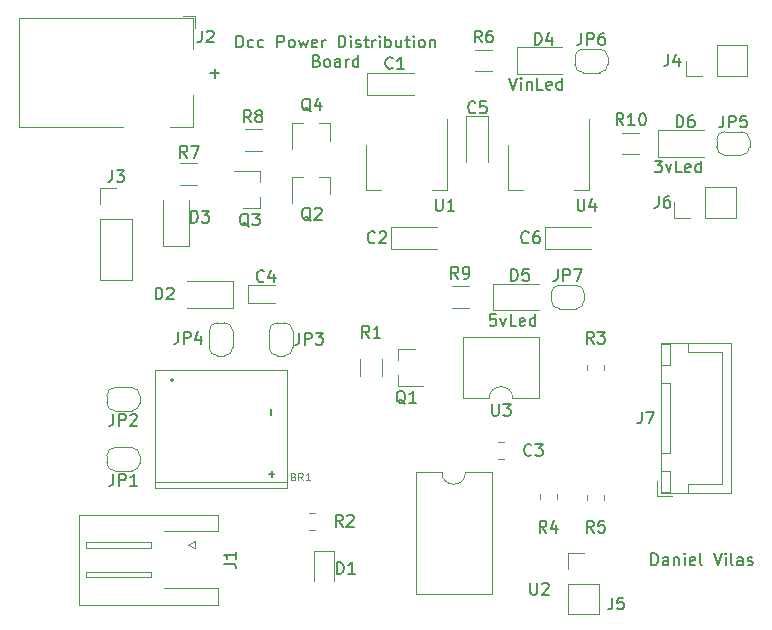
<source format=gbr>
%TF.GenerationSoftware,KiCad,Pcbnew,5.1.10-88a1d61d58~90~ubuntu21.04.1*%
%TF.CreationDate,2021-07-16T14:05:02+02:00*%
%TF.ProjectId,DccDetector,44636344-6574-4656-9374-6f722e6b6963,rev?*%
%TF.SameCoordinates,Original*%
%TF.FileFunction,Legend,Top*%
%TF.FilePolarity,Positive*%
%FSLAX46Y46*%
G04 Gerber Fmt 4.6, Leading zero omitted, Abs format (unit mm)*
G04 Created by KiCad (PCBNEW 5.1.10-88a1d61d58~90~ubuntu21.04.1) date 2021-07-16 14:05:02*
%MOMM*%
%LPD*%
G01*
G04 APERTURE LIST*
%ADD10C,0.150000*%
%ADD11C,0.120000*%
%ADD12C,0.127000*%
%ADD13C,0.015000*%
G04 APERTURE END LIST*
D10*
X31369047Y-25071428D02*
X32130952Y-25071428D01*
X31750000Y-25452380D02*
X31750000Y-24690476D01*
X68738095Y-66702380D02*
X68738095Y-65702380D01*
X68976190Y-65702380D01*
X69119047Y-65750000D01*
X69214285Y-65845238D01*
X69261904Y-65940476D01*
X69309523Y-66130952D01*
X69309523Y-66273809D01*
X69261904Y-66464285D01*
X69214285Y-66559523D01*
X69119047Y-66654761D01*
X68976190Y-66702380D01*
X68738095Y-66702380D01*
X70166666Y-66702380D02*
X70166666Y-66178571D01*
X70119047Y-66083333D01*
X70023809Y-66035714D01*
X69833333Y-66035714D01*
X69738095Y-66083333D01*
X70166666Y-66654761D02*
X70071428Y-66702380D01*
X69833333Y-66702380D01*
X69738095Y-66654761D01*
X69690476Y-66559523D01*
X69690476Y-66464285D01*
X69738095Y-66369047D01*
X69833333Y-66321428D01*
X70071428Y-66321428D01*
X70166666Y-66273809D01*
X70642857Y-66035714D02*
X70642857Y-66702380D01*
X70642857Y-66130952D02*
X70690476Y-66083333D01*
X70785714Y-66035714D01*
X70928571Y-66035714D01*
X71023809Y-66083333D01*
X71071428Y-66178571D01*
X71071428Y-66702380D01*
X71547619Y-66702380D02*
X71547619Y-66035714D01*
X71547619Y-65702380D02*
X71500000Y-65750000D01*
X71547619Y-65797619D01*
X71595238Y-65750000D01*
X71547619Y-65702380D01*
X71547619Y-65797619D01*
X72404761Y-66654761D02*
X72309523Y-66702380D01*
X72119047Y-66702380D01*
X72023809Y-66654761D01*
X71976190Y-66559523D01*
X71976190Y-66178571D01*
X72023809Y-66083333D01*
X72119047Y-66035714D01*
X72309523Y-66035714D01*
X72404761Y-66083333D01*
X72452380Y-66178571D01*
X72452380Y-66273809D01*
X71976190Y-66369047D01*
X73023809Y-66702380D02*
X72928571Y-66654761D01*
X72880952Y-66559523D01*
X72880952Y-65702380D01*
X74023809Y-65702380D02*
X74357142Y-66702380D01*
X74690476Y-65702380D01*
X75023809Y-66702380D02*
X75023809Y-66035714D01*
X75023809Y-65702380D02*
X74976190Y-65750000D01*
X75023809Y-65797619D01*
X75071428Y-65750000D01*
X75023809Y-65702380D01*
X75023809Y-65797619D01*
X75642857Y-66702380D02*
X75547619Y-66654761D01*
X75500000Y-66559523D01*
X75500000Y-65702380D01*
X76452380Y-66702380D02*
X76452380Y-66178571D01*
X76404761Y-66083333D01*
X76309523Y-66035714D01*
X76119047Y-66035714D01*
X76023809Y-66083333D01*
X76452380Y-66654761D02*
X76357142Y-66702380D01*
X76119047Y-66702380D01*
X76023809Y-66654761D01*
X75976190Y-66559523D01*
X75976190Y-66464285D01*
X76023809Y-66369047D01*
X76119047Y-66321428D01*
X76357142Y-66321428D01*
X76452380Y-66273809D01*
X76880952Y-66654761D02*
X76976190Y-66702380D01*
X77166666Y-66702380D01*
X77261904Y-66654761D01*
X77309523Y-66559523D01*
X77309523Y-66511904D01*
X77261904Y-66416666D01*
X77166666Y-66369047D01*
X77023809Y-66369047D01*
X76928571Y-66321428D01*
X76880952Y-66226190D01*
X76880952Y-66178571D01*
X76928571Y-66083333D01*
X77023809Y-66035714D01*
X77166666Y-66035714D01*
X77261904Y-66083333D01*
X33595238Y-22877380D02*
X33595238Y-21877380D01*
X33833333Y-21877380D01*
X33976190Y-21925000D01*
X34071428Y-22020238D01*
X34119047Y-22115476D01*
X34166666Y-22305952D01*
X34166666Y-22448809D01*
X34119047Y-22639285D01*
X34071428Y-22734523D01*
X33976190Y-22829761D01*
X33833333Y-22877380D01*
X33595238Y-22877380D01*
X35023809Y-22829761D02*
X34928571Y-22877380D01*
X34738095Y-22877380D01*
X34642857Y-22829761D01*
X34595238Y-22782142D01*
X34547619Y-22686904D01*
X34547619Y-22401190D01*
X34595238Y-22305952D01*
X34642857Y-22258333D01*
X34738095Y-22210714D01*
X34928571Y-22210714D01*
X35023809Y-22258333D01*
X35880952Y-22829761D02*
X35785714Y-22877380D01*
X35595238Y-22877380D01*
X35500000Y-22829761D01*
X35452380Y-22782142D01*
X35404761Y-22686904D01*
X35404761Y-22401190D01*
X35452380Y-22305952D01*
X35500000Y-22258333D01*
X35595238Y-22210714D01*
X35785714Y-22210714D01*
X35880952Y-22258333D01*
X37071428Y-22877380D02*
X37071428Y-21877380D01*
X37452380Y-21877380D01*
X37547619Y-21925000D01*
X37595238Y-21972619D01*
X37642857Y-22067857D01*
X37642857Y-22210714D01*
X37595238Y-22305952D01*
X37547619Y-22353571D01*
X37452380Y-22401190D01*
X37071428Y-22401190D01*
X38214285Y-22877380D02*
X38119047Y-22829761D01*
X38071428Y-22782142D01*
X38023809Y-22686904D01*
X38023809Y-22401190D01*
X38071428Y-22305952D01*
X38119047Y-22258333D01*
X38214285Y-22210714D01*
X38357142Y-22210714D01*
X38452380Y-22258333D01*
X38500000Y-22305952D01*
X38547619Y-22401190D01*
X38547619Y-22686904D01*
X38500000Y-22782142D01*
X38452380Y-22829761D01*
X38357142Y-22877380D01*
X38214285Y-22877380D01*
X38880952Y-22210714D02*
X39071428Y-22877380D01*
X39261904Y-22401190D01*
X39452380Y-22877380D01*
X39642857Y-22210714D01*
X40404761Y-22829761D02*
X40309523Y-22877380D01*
X40119047Y-22877380D01*
X40023809Y-22829761D01*
X39976190Y-22734523D01*
X39976190Y-22353571D01*
X40023809Y-22258333D01*
X40119047Y-22210714D01*
X40309523Y-22210714D01*
X40404761Y-22258333D01*
X40452380Y-22353571D01*
X40452380Y-22448809D01*
X39976190Y-22544047D01*
X40880952Y-22877380D02*
X40880952Y-22210714D01*
X40880952Y-22401190D02*
X40928571Y-22305952D01*
X40976190Y-22258333D01*
X41071428Y-22210714D01*
X41166666Y-22210714D01*
X42261904Y-22877380D02*
X42261904Y-21877380D01*
X42500000Y-21877380D01*
X42642857Y-21925000D01*
X42738095Y-22020238D01*
X42785714Y-22115476D01*
X42833333Y-22305952D01*
X42833333Y-22448809D01*
X42785714Y-22639285D01*
X42738095Y-22734523D01*
X42642857Y-22829761D01*
X42500000Y-22877380D01*
X42261904Y-22877380D01*
X43261904Y-22877380D02*
X43261904Y-22210714D01*
X43261904Y-21877380D02*
X43214285Y-21925000D01*
X43261904Y-21972619D01*
X43309523Y-21925000D01*
X43261904Y-21877380D01*
X43261904Y-21972619D01*
X43690476Y-22829761D02*
X43785714Y-22877380D01*
X43976190Y-22877380D01*
X44071428Y-22829761D01*
X44119047Y-22734523D01*
X44119047Y-22686904D01*
X44071428Y-22591666D01*
X43976190Y-22544047D01*
X43833333Y-22544047D01*
X43738095Y-22496428D01*
X43690476Y-22401190D01*
X43690476Y-22353571D01*
X43738095Y-22258333D01*
X43833333Y-22210714D01*
X43976190Y-22210714D01*
X44071428Y-22258333D01*
X44404761Y-22210714D02*
X44785714Y-22210714D01*
X44547619Y-21877380D02*
X44547619Y-22734523D01*
X44595238Y-22829761D01*
X44690476Y-22877380D01*
X44785714Y-22877380D01*
X45119047Y-22877380D02*
X45119047Y-22210714D01*
X45119047Y-22401190D02*
X45166666Y-22305952D01*
X45214285Y-22258333D01*
X45309523Y-22210714D01*
X45404761Y-22210714D01*
X45738095Y-22877380D02*
X45738095Y-22210714D01*
X45738095Y-21877380D02*
X45690476Y-21925000D01*
X45738095Y-21972619D01*
X45785714Y-21925000D01*
X45738095Y-21877380D01*
X45738095Y-21972619D01*
X46214285Y-22877380D02*
X46214285Y-21877380D01*
X46214285Y-22258333D02*
X46309523Y-22210714D01*
X46500000Y-22210714D01*
X46595238Y-22258333D01*
X46642857Y-22305952D01*
X46690476Y-22401190D01*
X46690476Y-22686904D01*
X46642857Y-22782142D01*
X46595238Y-22829761D01*
X46500000Y-22877380D01*
X46309523Y-22877380D01*
X46214285Y-22829761D01*
X47547619Y-22210714D02*
X47547619Y-22877380D01*
X47119047Y-22210714D02*
X47119047Y-22734523D01*
X47166666Y-22829761D01*
X47261904Y-22877380D01*
X47404761Y-22877380D01*
X47500000Y-22829761D01*
X47547619Y-22782142D01*
X47880952Y-22210714D02*
X48261904Y-22210714D01*
X48023809Y-21877380D02*
X48023809Y-22734523D01*
X48071428Y-22829761D01*
X48166666Y-22877380D01*
X48261904Y-22877380D01*
X48595238Y-22877380D02*
X48595238Y-22210714D01*
X48595238Y-21877380D02*
X48547619Y-21925000D01*
X48595238Y-21972619D01*
X48642857Y-21925000D01*
X48595238Y-21877380D01*
X48595238Y-21972619D01*
X49214285Y-22877380D02*
X49119047Y-22829761D01*
X49071428Y-22782142D01*
X49023809Y-22686904D01*
X49023809Y-22401190D01*
X49071428Y-22305952D01*
X49119047Y-22258333D01*
X49214285Y-22210714D01*
X49357142Y-22210714D01*
X49452380Y-22258333D01*
X49500000Y-22305952D01*
X49547619Y-22401190D01*
X49547619Y-22686904D01*
X49500000Y-22782142D01*
X49452380Y-22829761D01*
X49357142Y-22877380D01*
X49214285Y-22877380D01*
X49976190Y-22210714D02*
X49976190Y-22877380D01*
X49976190Y-22305952D02*
X50023809Y-22258333D01*
X50119047Y-22210714D01*
X50261904Y-22210714D01*
X50357142Y-22258333D01*
X50404761Y-22353571D01*
X50404761Y-22877380D01*
X40404761Y-24003571D02*
X40547619Y-24051190D01*
X40595238Y-24098809D01*
X40642857Y-24194047D01*
X40642857Y-24336904D01*
X40595238Y-24432142D01*
X40547619Y-24479761D01*
X40452380Y-24527380D01*
X40071428Y-24527380D01*
X40071428Y-23527380D01*
X40404761Y-23527380D01*
X40500000Y-23575000D01*
X40547619Y-23622619D01*
X40595238Y-23717857D01*
X40595238Y-23813095D01*
X40547619Y-23908333D01*
X40500000Y-23955952D01*
X40404761Y-24003571D01*
X40071428Y-24003571D01*
X41214285Y-24527380D02*
X41119047Y-24479761D01*
X41071428Y-24432142D01*
X41023809Y-24336904D01*
X41023809Y-24051190D01*
X41071428Y-23955952D01*
X41119047Y-23908333D01*
X41214285Y-23860714D01*
X41357142Y-23860714D01*
X41452380Y-23908333D01*
X41500000Y-23955952D01*
X41547619Y-24051190D01*
X41547619Y-24336904D01*
X41500000Y-24432142D01*
X41452380Y-24479761D01*
X41357142Y-24527380D01*
X41214285Y-24527380D01*
X42404761Y-24527380D02*
X42404761Y-24003571D01*
X42357142Y-23908333D01*
X42261904Y-23860714D01*
X42071428Y-23860714D01*
X41976190Y-23908333D01*
X42404761Y-24479761D02*
X42309523Y-24527380D01*
X42071428Y-24527380D01*
X41976190Y-24479761D01*
X41928571Y-24384523D01*
X41928571Y-24289285D01*
X41976190Y-24194047D01*
X42071428Y-24146428D01*
X42309523Y-24146428D01*
X42404761Y-24098809D01*
X42880952Y-24527380D02*
X42880952Y-23860714D01*
X42880952Y-24051190D02*
X42928571Y-23955952D01*
X42976190Y-23908333D01*
X43071428Y-23860714D01*
X43166666Y-23860714D01*
X43928571Y-24527380D02*
X43928571Y-23527380D01*
X43928571Y-24479761D02*
X43833333Y-24527380D01*
X43642857Y-24527380D01*
X43547619Y-24479761D01*
X43500000Y-24432142D01*
X43452380Y-24336904D01*
X43452380Y-24051190D01*
X43500000Y-23955952D01*
X43547619Y-23908333D01*
X43642857Y-23860714D01*
X43833333Y-23860714D01*
X43928571Y-23908333D01*
X55571428Y-45452380D02*
X55095238Y-45452380D01*
X55047619Y-45928571D01*
X55095238Y-45880952D01*
X55190476Y-45833333D01*
X55428571Y-45833333D01*
X55523809Y-45880952D01*
X55571428Y-45928571D01*
X55619047Y-46023809D01*
X55619047Y-46261904D01*
X55571428Y-46357142D01*
X55523809Y-46404761D01*
X55428571Y-46452380D01*
X55190476Y-46452380D01*
X55095238Y-46404761D01*
X55047619Y-46357142D01*
X55952380Y-45785714D02*
X56190476Y-46452380D01*
X56428571Y-45785714D01*
X57285714Y-46452380D02*
X56809523Y-46452380D01*
X56809523Y-45452380D01*
X58000000Y-46404761D02*
X57904761Y-46452380D01*
X57714285Y-46452380D01*
X57619047Y-46404761D01*
X57571428Y-46309523D01*
X57571428Y-45928571D01*
X57619047Y-45833333D01*
X57714285Y-45785714D01*
X57904761Y-45785714D01*
X58000000Y-45833333D01*
X58047619Y-45928571D01*
X58047619Y-46023809D01*
X57571428Y-46119047D01*
X58904761Y-46452380D02*
X58904761Y-45452380D01*
X58904761Y-46404761D02*
X58809523Y-46452380D01*
X58619047Y-46452380D01*
X58523809Y-46404761D01*
X58476190Y-46357142D01*
X58428571Y-46261904D01*
X58428571Y-45976190D01*
X58476190Y-45880952D01*
X58523809Y-45833333D01*
X58619047Y-45785714D01*
X58809523Y-45785714D01*
X58904761Y-45833333D01*
X69000000Y-32452380D02*
X69619047Y-32452380D01*
X69285714Y-32833333D01*
X69428571Y-32833333D01*
X69523809Y-32880952D01*
X69571428Y-32928571D01*
X69619047Y-33023809D01*
X69619047Y-33261904D01*
X69571428Y-33357142D01*
X69523809Y-33404761D01*
X69428571Y-33452380D01*
X69142857Y-33452380D01*
X69047619Y-33404761D01*
X69000000Y-33357142D01*
X69952380Y-32785714D02*
X70190476Y-33452380D01*
X70428571Y-32785714D01*
X71285714Y-33452380D02*
X70809523Y-33452380D01*
X70809523Y-32452380D01*
X72000000Y-33404761D02*
X71904761Y-33452380D01*
X71714285Y-33452380D01*
X71619047Y-33404761D01*
X71571428Y-33309523D01*
X71571428Y-32928571D01*
X71619047Y-32833333D01*
X71714285Y-32785714D01*
X71904761Y-32785714D01*
X72000000Y-32833333D01*
X72047619Y-32928571D01*
X72047619Y-33023809D01*
X71571428Y-33119047D01*
X72904761Y-33452380D02*
X72904761Y-32452380D01*
X72904761Y-33404761D02*
X72809523Y-33452380D01*
X72619047Y-33452380D01*
X72523809Y-33404761D01*
X72476190Y-33357142D01*
X72428571Y-33261904D01*
X72428571Y-32976190D01*
X72476190Y-32880952D01*
X72523809Y-32833333D01*
X72619047Y-32785714D01*
X72809523Y-32785714D01*
X72904761Y-32833333D01*
X56690476Y-25452380D02*
X57023809Y-26452380D01*
X57357142Y-25452380D01*
X57690476Y-26452380D02*
X57690476Y-25785714D01*
X57690476Y-25452380D02*
X57642857Y-25500000D01*
X57690476Y-25547619D01*
X57738095Y-25500000D01*
X57690476Y-25452380D01*
X57690476Y-25547619D01*
X58166666Y-25785714D02*
X58166666Y-26452380D01*
X58166666Y-25880952D02*
X58214285Y-25833333D01*
X58309523Y-25785714D01*
X58452380Y-25785714D01*
X58547619Y-25833333D01*
X58595238Y-25928571D01*
X58595238Y-26452380D01*
X59547619Y-26452380D02*
X59071428Y-26452380D01*
X59071428Y-25452380D01*
X60261904Y-26404761D02*
X60166666Y-26452380D01*
X59976190Y-26452380D01*
X59880952Y-26404761D01*
X59833333Y-26309523D01*
X59833333Y-25928571D01*
X59880952Y-25833333D01*
X59976190Y-25785714D01*
X60166666Y-25785714D01*
X60261904Y-25833333D01*
X60309523Y-25928571D01*
X60309523Y-26023809D01*
X59833333Y-26119047D01*
X61166666Y-26452380D02*
X61166666Y-25452380D01*
X61166666Y-26404761D02*
X61071428Y-26452380D01*
X60880952Y-26452380D01*
X60785714Y-26404761D01*
X60738095Y-26357142D01*
X60690476Y-26261904D01*
X60690476Y-25976190D01*
X60738095Y-25880952D01*
X60785714Y-25833333D01*
X60880952Y-25785714D01*
X61071428Y-25785714D01*
X61166666Y-25833333D01*
D11*
%TO.C,J2*%
X29900000Y-20400000D02*
X29900000Y-23000000D01*
X15200000Y-20400000D02*
X29900000Y-20400000D01*
X29900000Y-29600000D02*
X28000000Y-29600000D01*
X29900000Y-26900000D02*
X29900000Y-29600000D01*
X15200000Y-29600000D02*
X15200000Y-20400000D01*
X24000000Y-29600000D02*
X15200000Y-29600000D01*
X29050000Y-20200000D02*
X30100000Y-20200000D01*
X30100000Y-21250000D02*
X30100000Y-20200000D01*
%TO.C,J7*%
X69250000Y-60850000D02*
X70500000Y-60850000D01*
X69250000Y-59600000D02*
X69250000Y-60850000D01*
X74750000Y-48700000D02*
X74750000Y-54250000D01*
X71800000Y-48700000D02*
X74750000Y-48700000D01*
X71800000Y-47950000D02*
X71800000Y-48700000D01*
X74750000Y-59800000D02*
X74750000Y-54250000D01*
X71800000Y-59800000D02*
X74750000Y-59800000D01*
X71800000Y-60550000D02*
X71800000Y-59800000D01*
X69550000Y-47950000D02*
X69550000Y-49750000D01*
X70300000Y-47950000D02*
X69550000Y-47950000D01*
X70300000Y-49750000D02*
X70300000Y-47950000D01*
X69550000Y-49750000D02*
X70300000Y-49750000D01*
X69550000Y-58750000D02*
X69550000Y-60550000D01*
X70300000Y-58750000D02*
X69550000Y-58750000D01*
X70300000Y-60550000D02*
X70300000Y-58750000D01*
X69550000Y-60550000D02*
X70300000Y-60550000D01*
X69550000Y-51250000D02*
X69550000Y-57250000D01*
X70300000Y-51250000D02*
X69550000Y-51250000D01*
X70300000Y-57250000D02*
X70300000Y-51250000D01*
X69550000Y-57250000D02*
X70300000Y-57250000D01*
X69540000Y-47940000D02*
X69540000Y-60560000D01*
X75510000Y-47940000D02*
X69540000Y-47940000D01*
X75510000Y-60560000D02*
X75510000Y-47940000D01*
X69540000Y-60560000D02*
X75510000Y-60560000D01*
%TO.C,J6*%
X70670000Y-37330000D02*
X70670000Y-36000000D01*
X72000000Y-37330000D02*
X70670000Y-37330000D01*
X73270000Y-37330000D02*
X73270000Y-34670000D01*
X73270000Y-34670000D02*
X75870000Y-34670000D01*
X73270000Y-37330000D02*
X75870000Y-37330000D01*
X75870000Y-37330000D02*
X75870000Y-34670000D01*
%TO.C,J5*%
X61670000Y-65670000D02*
X63000000Y-65670000D01*
X61670000Y-67000000D02*
X61670000Y-65670000D01*
X61670000Y-68270000D02*
X64330000Y-68270000D01*
X64330000Y-68270000D02*
X64330000Y-70870000D01*
X61670000Y-68270000D02*
X61670000Y-70870000D01*
X61670000Y-70870000D02*
X64330000Y-70870000D01*
%TO.C,J4*%
X71670000Y-25330000D02*
X71670000Y-24000000D01*
X73000000Y-25330000D02*
X71670000Y-25330000D01*
X74270000Y-25330000D02*
X74270000Y-22670000D01*
X74270000Y-22670000D02*
X76870000Y-22670000D01*
X74270000Y-25330000D02*
X76870000Y-25330000D01*
X76870000Y-25330000D02*
X76870000Y-22670000D01*
%TO.C,R10*%
X67727064Y-30090000D02*
X66272936Y-30090000D01*
X67727064Y-31910000D02*
X66272936Y-31910000D01*
%TO.C,R9*%
X53264564Y-43090000D02*
X51810436Y-43090000D01*
X53264564Y-44910000D02*
X51810436Y-44910000D01*
%TO.C,R6*%
X55264564Y-23090000D02*
X53810436Y-23090000D01*
X55264564Y-24910000D02*
X53810436Y-24910000D01*
%TO.C,JP7*%
X60950000Y-43000000D02*
X62350000Y-43000000D01*
X63050000Y-43700000D02*
X63050000Y-44300000D01*
X62350000Y-45000000D02*
X60950000Y-45000000D01*
X60250000Y-44300000D02*
X60250000Y-43700000D01*
X60250000Y-43700000D02*
G75*
G02*
X60950000Y-43000000I700000J0D01*
G01*
X60950000Y-45000000D02*
G75*
G02*
X60250000Y-44300000I0J700000D01*
G01*
X63050000Y-44300000D02*
G75*
G02*
X62350000Y-45000000I-700000J0D01*
G01*
X62350000Y-43000000D02*
G75*
G02*
X63050000Y-43700000I0J-700000D01*
G01*
%TO.C,JP6*%
X62950000Y-23000000D02*
X64350000Y-23000000D01*
X65050000Y-23700000D02*
X65050000Y-24300000D01*
X64350000Y-25000000D02*
X62950000Y-25000000D01*
X62250000Y-24300000D02*
X62250000Y-23700000D01*
X62250000Y-23700000D02*
G75*
G02*
X62950000Y-23000000I700000J0D01*
G01*
X62950000Y-25000000D02*
G75*
G02*
X62250000Y-24300000I0J700000D01*
G01*
X65050000Y-24300000D02*
G75*
G02*
X64350000Y-25000000I-700000J0D01*
G01*
X64350000Y-23000000D02*
G75*
G02*
X65050000Y-23700000I0J-700000D01*
G01*
%TO.C,JP5*%
X74950000Y-30000000D02*
X76350000Y-30000000D01*
X77050000Y-30700000D02*
X77050000Y-31300000D01*
X76350000Y-32000000D02*
X74950000Y-32000000D01*
X74250000Y-31300000D02*
X74250000Y-30700000D01*
X74250000Y-30700000D02*
G75*
G02*
X74950000Y-30000000I700000J0D01*
G01*
X74950000Y-32000000D02*
G75*
G02*
X74250000Y-31300000I0J700000D01*
G01*
X77050000Y-31300000D02*
G75*
G02*
X76350000Y-32000000I-700000J0D01*
G01*
X76350000Y-30000000D02*
G75*
G02*
X77050000Y-30700000I0J-700000D01*
G01*
%TO.C,D6*%
X69315000Y-32135000D02*
X73200000Y-32135000D01*
X69315000Y-29865000D02*
X69315000Y-32135000D01*
X73200000Y-29865000D02*
X69315000Y-29865000D01*
%TO.C,D5*%
X55315000Y-45135000D02*
X59200000Y-45135000D01*
X55315000Y-42865000D02*
X55315000Y-45135000D01*
X59200000Y-42865000D02*
X55315000Y-42865000D01*
%TO.C,D4*%
X57315000Y-25135000D02*
X61200000Y-25135000D01*
X57315000Y-22865000D02*
X57315000Y-25135000D01*
X61200000Y-22865000D02*
X57315000Y-22865000D01*
%TO.C,BR1*%
X37890000Y-50200000D02*
X37890000Y-60200000D01*
X37890000Y-60200000D02*
X26690000Y-60200000D01*
X26690000Y-60200000D02*
X26690000Y-50200000D01*
X26690000Y-50200000D02*
X37890000Y-50200000D01*
X37890000Y-59700000D02*
X26690000Y-59700000D01*
D12*
X36822000Y-58970000D02*
X36322000Y-58970000D01*
X36572000Y-58720000D02*
X36572000Y-59220000D01*
X36557200Y-53523600D02*
X36557200Y-54023600D01*
D11*
%TO.C,D3*%
X29615000Y-39705000D02*
X29615000Y-35820000D01*
X27345000Y-39705000D02*
X29615000Y-39705000D01*
X27345000Y-35820000D02*
X27345000Y-39705000D01*
%TO.C,U4*%
X63410000Y-28900000D02*
X63410000Y-34910000D01*
X56590000Y-31150000D02*
X56590000Y-34910000D01*
X63410000Y-34910000D02*
X62150000Y-34910000D01*
X56590000Y-34910000D02*
X57850000Y-34910000D01*
%TO.C,R8*%
X35749564Y-29790000D02*
X34295436Y-29790000D01*
X35749564Y-31610000D02*
X34295436Y-31610000D01*
%TO.C,R7*%
X30284564Y-32700000D02*
X28830436Y-32700000D01*
X30284564Y-34520000D02*
X28830436Y-34520000D01*
%TO.C,Q4*%
X41490000Y-29310000D02*
X41490000Y-30770000D01*
X38330000Y-29310000D02*
X38330000Y-31470000D01*
X38330000Y-29310000D02*
X39260000Y-29310000D01*
X41490000Y-29310000D02*
X40560000Y-29310000D01*
%TO.C,Q3*%
X35590000Y-36460000D02*
X34130000Y-36460000D01*
X35590000Y-33300000D02*
X33430000Y-33300000D01*
X35590000Y-33300000D02*
X35590000Y-34230000D01*
X35590000Y-36460000D02*
X35590000Y-35530000D01*
%TO.C,Q2*%
X41490000Y-33850000D02*
X41490000Y-35310000D01*
X38330000Y-33850000D02*
X38330000Y-36010000D01*
X38330000Y-33850000D02*
X39260000Y-33850000D01*
X41490000Y-33850000D02*
X40560000Y-33850000D01*
%TO.C,J3*%
X22070000Y-34820000D02*
X23400000Y-34820000D01*
X22070000Y-36150000D02*
X22070000Y-34820000D01*
X22070000Y-37420000D02*
X24730000Y-37420000D01*
X24730000Y-37420000D02*
X24730000Y-42560000D01*
X22070000Y-37420000D02*
X22070000Y-42560000D01*
X22070000Y-42560000D02*
X24730000Y-42560000D01*
%TO.C,D2*%
X33305000Y-42635000D02*
X29420000Y-42635000D01*
X33305000Y-44905000D02*
X33305000Y-42635000D01*
X29420000Y-44905000D02*
X33305000Y-44905000D01*
%TO.C,C6*%
X59690000Y-39935000D02*
X63600000Y-39935000D01*
X59690000Y-38065000D02*
X59690000Y-39935000D01*
X63600000Y-38065000D02*
X59690000Y-38065000D01*
%TO.C,C5*%
X53065000Y-28690000D02*
X53065000Y-32600000D01*
X54935000Y-28690000D02*
X53065000Y-28690000D01*
X54935000Y-32600000D02*
X54935000Y-28690000D01*
%TO.C,C4*%
X34590000Y-44555000D02*
X36900000Y-44555000D01*
X34590000Y-42985000D02*
X34590000Y-44555000D01*
X36900000Y-42985000D02*
X34590000Y-42985000D01*
%TO.C,U3*%
X57000000Y-52600000D02*
X59235000Y-52600000D01*
X59235000Y-52600000D02*
X59235000Y-47400000D01*
X59235000Y-47400000D02*
X52765000Y-47400000D01*
X52765000Y-47400000D02*
X52765000Y-52600000D01*
X52765000Y-52600000D02*
X55000000Y-52600000D01*
X55000000Y-52600000D02*
G75*
G02*
X57000000Y-52600000I1000000J0D01*
G01*
%TO.C,U2*%
X51000000Y-58860000D02*
X48765000Y-58860000D01*
X48765000Y-58860000D02*
X48765000Y-69140000D01*
X48765000Y-69140000D02*
X55235000Y-69140000D01*
X55235000Y-69140000D02*
X55235000Y-58860000D01*
X55235000Y-58860000D02*
X53000000Y-58860000D01*
X53000000Y-58860000D02*
G75*
G02*
X51000000Y-58860000I-1000000J0D01*
G01*
%TO.C,U1*%
X44590000Y-34910000D02*
X45850000Y-34910000D01*
X51410000Y-34910000D02*
X50150000Y-34910000D01*
X44590000Y-31150000D02*
X44590000Y-34910000D01*
X51410000Y-28900000D02*
X51410000Y-34910000D01*
%TO.C,R5*%
X63265000Y-61227064D02*
X63265000Y-60772936D01*
X64735000Y-61227064D02*
X64735000Y-60772936D01*
%TO.C,R4*%
X59265000Y-61139564D02*
X59265000Y-60685436D01*
X60735000Y-61139564D02*
X60735000Y-60685436D01*
%TO.C,R3*%
X64735000Y-49772936D02*
X64735000Y-50227064D01*
X63265000Y-49772936D02*
X63265000Y-50227064D01*
%TO.C,R2*%
X40227064Y-63735000D02*
X39772936Y-63735000D01*
X40227064Y-62265000D02*
X39772936Y-62265000D01*
%TO.C,R1*%
X45910000Y-49272936D02*
X45910000Y-50727064D01*
X44090000Y-49272936D02*
X44090000Y-50727064D01*
%TO.C,Q1*%
X47240000Y-48420000D02*
X47240000Y-49350000D01*
X47240000Y-51580000D02*
X47240000Y-50650000D01*
X47240000Y-51580000D02*
X49400000Y-51580000D01*
X47240000Y-48420000D02*
X48700000Y-48420000D01*
%TO.C,JP4*%
X32590000Y-48980000D02*
X31990000Y-48980000D01*
X33290000Y-46880000D02*
X33290000Y-48280000D01*
X31990000Y-46180000D02*
X32590000Y-46180000D01*
X31290000Y-48280000D02*
X31290000Y-46880000D01*
X31990000Y-48980000D02*
G75*
G02*
X31290000Y-48280000I0J700000D01*
G01*
X33290000Y-48280000D02*
G75*
G02*
X32590000Y-48980000I-700000J0D01*
G01*
X32590000Y-46180000D02*
G75*
G02*
X33290000Y-46880000I0J-700000D01*
G01*
X31290000Y-46880000D02*
G75*
G02*
X31990000Y-46180000I700000J0D01*
G01*
%TO.C,JP3*%
X37670000Y-48980000D02*
X37070000Y-48980000D01*
X38370000Y-46880000D02*
X38370000Y-48280000D01*
X37070000Y-46180000D02*
X37670000Y-46180000D01*
X36370000Y-48280000D02*
X36370000Y-46880000D01*
X37070000Y-48980000D02*
G75*
G02*
X36370000Y-48280000I0J700000D01*
G01*
X38370000Y-48280000D02*
G75*
G02*
X37670000Y-48980000I-700000J0D01*
G01*
X37670000Y-46180000D02*
G75*
G02*
X38370000Y-46880000I0J-700000D01*
G01*
X36370000Y-46880000D02*
G75*
G02*
X37070000Y-46180000I700000J0D01*
G01*
%TO.C,JP2*%
X25420000Y-52360000D02*
X25420000Y-52960000D01*
X23320000Y-51660000D02*
X24720000Y-51660000D01*
X22620000Y-52960000D02*
X22620000Y-52360000D01*
X24720000Y-53660000D02*
X23320000Y-53660000D01*
X25420000Y-52960000D02*
G75*
G02*
X24720000Y-53660000I-700000J0D01*
G01*
X24720000Y-51660000D02*
G75*
G02*
X25420000Y-52360000I0J-700000D01*
G01*
X22620000Y-52360000D02*
G75*
G02*
X23320000Y-51660000I700000J0D01*
G01*
X23320000Y-53660000D02*
G75*
G02*
X22620000Y-52960000I0J700000D01*
G01*
%TO.C,JP1*%
X25420000Y-57440000D02*
X25420000Y-58040000D01*
X23320000Y-56740000D02*
X24720000Y-56740000D01*
X22620000Y-58040000D02*
X22620000Y-57440000D01*
X24720000Y-58740000D02*
X23320000Y-58740000D01*
X25420000Y-58040000D02*
G75*
G02*
X24720000Y-58740000I-700000J0D01*
G01*
X24720000Y-56740000D02*
G75*
G02*
X25420000Y-57440000I0J-700000D01*
G01*
X22620000Y-57440000D02*
G75*
G02*
X23320000Y-56740000I700000J0D01*
G01*
X23320000Y-58740000D02*
G75*
G02*
X22620000Y-58040000I0J700000D01*
G01*
%TO.C,J1*%
X20290000Y-66250000D02*
X20290000Y-62440000D01*
X20290000Y-62440000D02*
X32010000Y-62440000D01*
X32010000Y-62440000D02*
X32010000Y-63860000D01*
X32010000Y-63860000D02*
X27510000Y-63860000D01*
X20290000Y-66250000D02*
X20290000Y-70060000D01*
X20290000Y-70060000D02*
X32010000Y-70060000D01*
X32010000Y-70060000D02*
X32010000Y-68640000D01*
X32010000Y-68640000D02*
X27510000Y-68640000D01*
X26400000Y-64750000D02*
X20900000Y-64750000D01*
X20900000Y-64750000D02*
X20900000Y-65250000D01*
X20900000Y-65250000D02*
X26400000Y-65250000D01*
X26400000Y-65250000D02*
X26400000Y-64750000D01*
X26400000Y-67250000D02*
X20900000Y-67250000D01*
X20900000Y-67250000D02*
X20900000Y-67750000D01*
X20900000Y-67750000D02*
X26400000Y-67750000D01*
X26400000Y-67750000D02*
X26400000Y-67250000D01*
X29500000Y-65000000D02*
X30100000Y-64700000D01*
X30100000Y-64700000D02*
X30100000Y-65300000D01*
X30100000Y-65300000D02*
X29500000Y-65000000D01*
%TO.C,D1*%
X41850000Y-65500000D02*
X40150000Y-65500000D01*
X40150000Y-65500000D02*
X40150000Y-68050000D01*
X41850000Y-65500000D02*
X41850000Y-68050000D01*
%TO.C,C3*%
X56261252Y-57735000D02*
X55738748Y-57735000D01*
X56261252Y-56265000D02*
X55738748Y-56265000D01*
%TO.C,C2*%
X50600000Y-38065000D02*
X46690000Y-38065000D01*
X46690000Y-38065000D02*
X46690000Y-39935000D01*
X46690000Y-39935000D02*
X50600000Y-39935000D01*
%TO.C,C1*%
X48600000Y-25065000D02*
X44690000Y-25065000D01*
X44690000Y-25065000D02*
X44690000Y-26935000D01*
X44690000Y-26935000D02*
X48600000Y-26935000D01*
%TO.C,J2*%
D10*
X30666666Y-21452380D02*
X30666666Y-22166666D01*
X30619047Y-22309523D01*
X30523809Y-22404761D01*
X30380952Y-22452380D01*
X30285714Y-22452380D01*
X31095238Y-21547619D02*
X31142857Y-21500000D01*
X31238095Y-21452380D01*
X31476190Y-21452380D01*
X31571428Y-21500000D01*
X31619047Y-21547619D01*
X31666666Y-21642857D01*
X31666666Y-21738095D01*
X31619047Y-21880952D01*
X31047619Y-22452380D01*
X31666666Y-22452380D01*
%TO.C,J7*%
X67916666Y-53702380D02*
X67916666Y-54416666D01*
X67869047Y-54559523D01*
X67773809Y-54654761D01*
X67630952Y-54702380D01*
X67535714Y-54702380D01*
X68297619Y-53702380D02*
X68964285Y-53702380D01*
X68535714Y-54702380D01*
%TO.C,J6*%
X69336666Y-35452380D02*
X69336666Y-36166666D01*
X69289047Y-36309523D01*
X69193809Y-36404761D01*
X69050952Y-36452380D01*
X68955714Y-36452380D01*
X70241428Y-35452380D02*
X70050952Y-35452380D01*
X69955714Y-35500000D01*
X69908095Y-35547619D01*
X69812857Y-35690476D01*
X69765238Y-35880952D01*
X69765238Y-36261904D01*
X69812857Y-36357142D01*
X69860476Y-36404761D01*
X69955714Y-36452380D01*
X70146190Y-36452380D01*
X70241428Y-36404761D01*
X70289047Y-36357142D01*
X70336666Y-36261904D01*
X70336666Y-36023809D01*
X70289047Y-35928571D01*
X70241428Y-35880952D01*
X70146190Y-35833333D01*
X69955714Y-35833333D01*
X69860476Y-35880952D01*
X69812857Y-35928571D01*
X69765238Y-36023809D01*
%TO.C,J5*%
X65416666Y-69452380D02*
X65416666Y-70166666D01*
X65369047Y-70309523D01*
X65273809Y-70404761D01*
X65130952Y-70452380D01*
X65035714Y-70452380D01*
X66369047Y-69452380D02*
X65892857Y-69452380D01*
X65845238Y-69928571D01*
X65892857Y-69880952D01*
X65988095Y-69833333D01*
X66226190Y-69833333D01*
X66321428Y-69880952D01*
X66369047Y-69928571D01*
X66416666Y-70023809D01*
X66416666Y-70261904D01*
X66369047Y-70357142D01*
X66321428Y-70404761D01*
X66226190Y-70452380D01*
X65988095Y-70452380D01*
X65892857Y-70404761D01*
X65845238Y-70357142D01*
%TO.C,J4*%
X70166666Y-23452380D02*
X70166666Y-24166666D01*
X70119047Y-24309523D01*
X70023809Y-24404761D01*
X69880952Y-24452380D01*
X69785714Y-24452380D01*
X71071428Y-23785714D02*
X71071428Y-24452380D01*
X70833333Y-23404761D02*
X70595238Y-24119047D01*
X71214285Y-24119047D01*
%TO.C,R10*%
X66357142Y-29452380D02*
X66023809Y-28976190D01*
X65785714Y-29452380D02*
X65785714Y-28452380D01*
X66166666Y-28452380D01*
X66261904Y-28500000D01*
X66309523Y-28547619D01*
X66357142Y-28642857D01*
X66357142Y-28785714D01*
X66309523Y-28880952D01*
X66261904Y-28928571D01*
X66166666Y-28976190D01*
X65785714Y-28976190D01*
X67309523Y-29452380D02*
X66738095Y-29452380D01*
X67023809Y-29452380D02*
X67023809Y-28452380D01*
X66928571Y-28595238D01*
X66833333Y-28690476D01*
X66738095Y-28738095D01*
X67928571Y-28452380D02*
X68023809Y-28452380D01*
X68119047Y-28500000D01*
X68166666Y-28547619D01*
X68214285Y-28642857D01*
X68261904Y-28833333D01*
X68261904Y-29071428D01*
X68214285Y-29261904D01*
X68166666Y-29357142D01*
X68119047Y-29404761D01*
X68023809Y-29452380D01*
X67928571Y-29452380D01*
X67833333Y-29404761D01*
X67785714Y-29357142D01*
X67738095Y-29261904D01*
X67690476Y-29071428D01*
X67690476Y-28833333D01*
X67738095Y-28642857D01*
X67785714Y-28547619D01*
X67833333Y-28500000D01*
X67928571Y-28452380D01*
%TO.C,R9*%
X52370833Y-42452380D02*
X52037500Y-41976190D01*
X51799404Y-42452380D02*
X51799404Y-41452380D01*
X52180357Y-41452380D01*
X52275595Y-41500000D01*
X52323214Y-41547619D01*
X52370833Y-41642857D01*
X52370833Y-41785714D01*
X52323214Y-41880952D01*
X52275595Y-41928571D01*
X52180357Y-41976190D01*
X51799404Y-41976190D01*
X52847023Y-42452380D02*
X53037500Y-42452380D01*
X53132738Y-42404761D01*
X53180357Y-42357142D01*
X53275595Y-42214285D01*
X53323214Y-42023809D01*
X53323214Y-41642857D01*
X53275595Y-41547619D01*
X53227976Y-41500000D01*
X53132738Y-41452380D01*
X52942261Y-41452380D01*
X52847023Y-41500000D01*
X52799404Y-41547619D01*
X52751785Y-41642857D01*
X52751785Y-41880952D01*
X52799404Y-41976190D01*
X52847023Y-42023809D01*
X52942261Y-42071428D01*
X53132738Y-42071428D01*
X53227976Y-42023809D01*
X53275595Y-41976190D01*
X53323214Y-41880952D01*
%TO.C,R6*%
X54370833Y-22452380D02*
X54037500Y-21976190D01*
X53799404Y-22452380D02*
X53799404Y-21452380D01*
X54180357Y-21452380D01*
X54275595Y-21500000D01*
X54323214Y-21547619D01*
X54370833Y-21642857D01*
X54370833Y-21785714D01*
X54323214Y-21880952D01*
X54275595Y-21928571D01*
X54180357Y-21976190D01*
X53799404Y-21976190D01*
X55227976Y-21452380D02*
X55037500Y-21452380D01*
X54942261Y-21500000D01*
X54894642Y-21547619D01*
X54799404Y-21690476D01*
X54751785Y-21880952D01*
X54751785Y-22261904D01*
X54799404Y-22357142D01*
X54847023Y-22404761D01*
X54942261Y-22452380D01*
X55132738Y-22452380D01*
X55227976Y-22404761D01*
X55275595Y-22357142D01*
X55323214Y-22261904D01*
X55323214Y-22023809D01*
X55275595Y-21928571D01*
X55227976Y-21880952D01*
X55132738Y-21833333D01*
X54942261Y-21833333D01*
X54847023Y-21880952D01*
X54799404Y-21928571D01*
X54751785Y-22023809D01*
%TO.C,JP7*%
X60816666Y-41652380D02*
X60816666Y-42366666D01*
X60769047Y-42509523D01*
X60673809Y-42604761D01*
X60530952Y-42652380D01*
X60435714Y-42652380D01*
X61292857Y-42652380D02*
X61292857Y-41652380D01*
X61673809Y-41652380D01*
X61769047Y-41700000D01*
X61816666Y-41747619D01*
X61864285Y-41842857D01*
X61864285Y-41985714D01*
X61816666Y-42080952D01*
X61769047Y-42128571D01*
X61673809Y-42176190D01*
X61292857Y-42176190D01*
X62197619Y-41652380D02*
X62864285Y-41652380D01*
X62435714Y-42652380D01*
%TO.C,JP6*%
X62816666Y-21652380D02*
X62816666Y-22366666D01*
X62769047Y-22509523D01*
X62673809Y-22604761D01*
X62530952Y-22652380D01*
X62435714Y-22652380D01*
X63292857Y-22652380D02*
X63292857Y-21652380D01*
X63673809Y-21652380D01*
X63769047Y-21700000D01*
X63816666Y-21747619D01*
X63864285Y-21842857D01*
X63864285Y-21985714D01*
X63816666Y-22080952D01*
X63769047Y-22128571D01*
X63673809Y-22176190D01*
X63292857Y-22176190D01*
X64721428Y-21652380D02*
X64530952Y-21652380D01*
X64435714Y-21700000D01*
X64388095Y-21747619D01*
X64292857Y-21890476D01*
X64245238Y-22080952D01*
X64245238Y-22461904D01*
X64292857Y-22557142D01*
X64340476Y-22604761D01*
X64435714Y-22652380D01*
X64626190Y-22652380D01*
X64721428Y-22604761D01*
X64769047Y-22557142D01*
X64816666Y-22461904D01*
X64816666Y-22223809D01*
X64769047Y-22128571D01*
X64721428Y-22080952D01*
X64626190Y-22033333D01*
X64435714Y-22033333D01*
X64340476Y-22080952D01*
X64292857Y-22128571D01*
X64245238Y-22223809D01*
%TO.C,JP5*%
X74816666Y-28652380D02*
X74816666Y-29366666D01*
X74769047Y-29509523D01*
X74673809Y-29604761D01*
X74530952Y-29652380D01*
X74435714Y-29652380D01*
X75292857Y-29652380D02*
X75292857Y-28652380D01*
X75673809Y-28652380D01*
X75769047Y-28700000D01*
X75816666Y-28747619D01*
X75864285Y-28842857D01*
X75864285Y-28985714D01*
X75816666Y-29080952D01*
X75769047Y-29128571D01*
X75673809Y-29176190D01*
X75292857Y-29176190D01*
X76769047Y-28652380D02*
X76292857Y-28652380D01*
X76245238Y-29128571D01*
X76292857Y-29080952D01*
X76388095Y-29033333D01*
X76626190Y-29033333D01*
X76721428Y-29080952D01*
X76769047Y-29128571D01*
X76816666Y-29223809D01*
X76816666Y-29461904D01*
X76769047Y-29557142D01*
X76721428Y-29604761D01*
X76626190Y-29652380D01*
X76388095Y-29652380D01*
X76292857Y-29604761D01*
X76245238Y-29557142D01*
%TO.C,D6*%
X70861904Y-29632380D02*
X70861904Y-28632380D01*
X71100000Y-28632380D01*
X71242857Y-28680000D01*
X71338095Y-28775238D01*
X71385714Y-28870476D01*
X71433333Y-29060952D01*
X71433333Y-29203809D01*
X71385714Y-29394285D01*
X71338095Y-29489523D01*
X71242857Y-29584761D01*
X71100000Y-29632380D01*
X70861904Y-29632380D01*
X72290476Y-28632380D02*
X72100000Y-28632380D01*
X72004761Y-28680000D01*
X71957142Y-28727619D01*
X71861904Y-28870476D01*
X71814285Y-29060952D01*
X71814285Y-29441904D01*
X71861904Y-29537142D01*
X71909523Y-29584761D01*
X72004761Y-29632380D01*
X72195238Y-29632380D01*
X72290476Y-29584761D01*
X72338095Y-29537142D01*
X72385714Y-29441904D01*
X72385714Y-29203809D01*
X72338095Y-29108571D01*
X72290476Y-29060952D01*
X72195238Y-29013333D01*
X72004761Y-29013333D01*
X71909523Y-29060952D01*
X71861904Y-29108571D01*
X71814285Y-29203809D01*
%TO.C,D5*%
X56861904Y-42632380D02*
X56861904Y-41632380D01*
X57100000Y-41632380D01*
X57242857Y-41680000D01*
X57338095Y-41775238D01*
X57385714Y-41870476D01*
X57433333Y-42060952D01*
X57433333Y-42203809D01*
X57385714Y-42394285D01*
X57338095Y-42489523D01*
X57242857Y-42584761D01*
X57100000Y-42632380D01*
X56861904Y-42632380D01*
X58338095Y-41632380D02*
X57861904Y-41632380D01*
X57814285Y-42108571D01*
X57861904Y-42060952D01*
X57957142Y-42013333D01*
X58195238Y-42013333D01*
X58290476Y-42060952D01*
X58338095Y-42108571D01*
X58385714Y-42203809D01*
X58385714Y-42441904D01*
X58338095Y-42537142D01*
X58290476Y-42584761D01*
X58195238Y-42632380D01*
X57957142Y-42632380D01*
X57861904Y-42584761D01*
X57814285Y-42537142D01*
%TO.C,D4*%
X58861904Y-22632380D02*
X58861904Y-21632380D01*
X59100000Y-21632380D01*
X59242857Y-21680000D01*
X59338095Y-21775238D01*
X59385714Y-21870476D01*
X59433333Y-22060952D01*
X59433333Y-22203809D01*
X59385714Y-22394285D01*
X59338095Y-22489523D01*
X59242857Y-22584761D01*
X59100000Y-22632380D01*
X58861904Y-22632380D01*
X60290476Y-21965714D02*
X60290476Y-22632380D01*
X60052380Y-21584761D02*
X59814285Y-22299047D01*
X60433333Y-22299047D01*
%TO.C,BR1*%
D13*
X38420652Y-59204262D02*
X38512128Y-59234754D01*
X38542620Y-59265245D01*
X38573112Y-59326229D01*
X38573112Y-59417705D01*
X38542620Y-59478689D01*
X38512128Y-59509181D01*
X38451144Y-59539673D01*
X38207209Y-59539673D01*
X38207209Y-58899342D01*
X38420652Y-58899342D01*
X38481636Y-58929834D01*
X38512128Y-58960326D01*
X38542620Y-59021310D01*
X38542620Y-59082294D01*
X38512128Y-59143278D01*
X38481636Y-59173770D01*
X38420652Y-59204262D01*
X38207209Y-59204262D01*
X39213443Y-59539673D02*
X39000000Y-59234754D01*
X38847540Y-59539673D02*
X38847540Y-58899342D01*
X39091475Y-58899342D01*
X39152459Y-58929834D01*
X39182951Y-58960326D01*
X39213443Y-59021310D01*
X39213443Y-59112786D01*
X39182951Y-59173770D01*
X39152459Y-59204262D01*
X39091475Y-59234754D01*
X38847540Y-59234754D01*
X39823282Y-59539673D02*
X39457379Y-59539673D01*
X39640331Y-59539673D02*
X39640331Y-58899342D01*
X39579347Y-58990818D01*
X39518363Y-59051802D01*
X39457379Y-59082294D01*
D10*
X28097409Y-51034400D02*
X28145028Y-51082019D01*
X28192647Y-51034400D01*
X28145028Y-50986780D01*
X28097409Y-51034400D01*
X28192647Y-51034400D01*
%TO.C,D3*%
X29761904Y-37702380D02*
X29761904Y-36702380D01*
X30000000Y-36702380D01*
X30142857Y-36750000D01*
X30238095Y-36845238D01*
X30285714Y-36940476D01*
X30333333Y-37130952D01*
X30333333Y-37273809D01*
X30285714Y-37464285D01*
X30238095Y-37559523D01*
X30142857Y-37654761D01*
X30000000Y-37702380D01*
X29761904Y-37702380D01*
X30666666Y-36702380D02*
X31285714Y-36702380D01*
X30952380Y-37083333D01*
X31095238Y-37083333D01*
X31190476Y-37130952D01*
X31238095Y-37178571D01*
X31285714Y-37273809D01*
X31285714Y-37511904D01*
X31238095Y-37607142D01*
X31190476Y-37654761D01*
X31095238Y-37702380D01*
X30809523Y-37702380D01*
X30714285Y-37654761D01*
X30666666Y-37607142D01*
%TO.C,U4*%
X62488095Y-35702380D02*
X62488095Y-36511904D01*
X62535714Y-36607142D01*
X62583333Y-36654761D01*
X62678571Y-36702380D01*
X62869047Y-36702380D01*
X62964285Y-36654761D01*
X63011904Y-36607142D01*
X63059523Y-36511904D01*
X63059523Y-35702380D01*
X63964285Y-36035714D02*
X63964285Y-36702380D01*
X63726190Y-35654761D02*
X63488095Y-36369047D01*
X64107142Y-36369047D01*
%TO.C,R8*%
X34833333Y-29202380D02*
X34500000Y-28726190D01*
X34261904Y-29202380D02*
X34261904Y-28202380D01*
X34642857Y-28202380D01*
X34738095Y-28250000D01*
X34785714Y-28297619D01*
X34833333Y-28392857D01*
X34833333Y-28535714D01*
X34785714Y-28630952D01*
X34738095Y-28678571D01*
X34642857Y-28726190D01*
X34261904Y-28726190D01*
X35404761Y-28630952D02*
X35309523Y-28583333D01*
X35261904Y-28535714D01*
X35214285Y-28440476D01*
X35214285Y-28392857D01*
X35261904Y-28297619D01*
X35309523Y-28250000D01*
X35404761Y-28202380D01*
X35595238Y-28202380D01*
X35690476Y-28250000D01*
X35738095Y-28297619D01*
X35785714Y-28392857D01*
X35785714Y-28440476D01*
X35738095Y-28535714D01*
X35690476Y-28583333D01*
X35595238Y-28630952D01*
X35404761Y-28630952D01*
X35309523Y-28678571D01*
X35261904Y-28726190D01*
X35214285Y-28821428D01*
X35214285Y-29011904D01*
X35261904Y-29107142D01*
X35309523Y-29154761D01*
X35404761Y-29202380D01*
X35595238Y-29202380D01*
X35690476Y-29154761D01*
X35738095Y-29107142D01*
X35785714Y-29011904D01*
X35785714Y-28821428D01*
X35738095Y-28726190D01*
X35690476Y-28678571D01*
X35595238Y-28630952D01*
%TO.C,R7*%
X29433333Y-32202380D02*
X29100000Y-31726190D01*
X28861904Y-32202380D02*
X28861904Y-31202380D01*
X29242857Y-31202380D01*
X29338095Y-31250000D01*
X29385714Y-31297619D01*
X29433333Y-31392857D01*
X29433333Y-31535714D01*
X29385714Y-31630952D01*
X29338095Y-31678571D01*
X29242857Y-31726190D01*
X28861904Y-31726190D01*
X29766666Y-31202380D02*
X30433333Y-31202380D01*
X30004761Y-32202380D01*
%TO.C,Q4*%
X39904761Y-28297619D02*
X39809523Y-28250000D01*
X39714285Y-28154761D01*
X39571428Y-28011904D01*
X39476190Y-27964285D01*
X39380952Y-27964285D01*
X39428571Y-28202380D02*
X39333333Y-28154761D01*
X39238095Y-28059523D01*
X39190476Y-27869047D01*
X39190476Y-27535714D01*
X39238095Y-27345238D01*
X39333333Y-27250000D01*
X39428571Y-27202380D01*
X39619047Y-27202380D01*
X39714285Y-27250000D01*
X39809523Y-27345238D01*
X39857142Y-27535714D01*
X39857142Y-27869047D01*
X39809523Y-28059523D01*
X39714285Y-28154761D01*
X39619047Y-28202380D01*
X39428571Y-28202380D01*
X40714285Y-27535714D02*
X40714285Y-28202380D01*
X40476190Y-27154761D02*
X40238095Y-27869047D01*
X40857142Y-27869047D01*
%TO.C,Q3*%
X34654761Y-38047619D02*
X34559523Y-38000000D01*
X34464285Y-37904761D01*
X34321428Y-37761904D01*
X34226190Y-37714285D01*
X34130952Y-37714285D01*
X34178571Y-37952380D02*
X34083333Y-37904761D01*
X33988095Y-37809523D01*
X33940476Y-37619047D01*
X33940476Y-37285714D01*
X33988095Y-37095238D01*
X34083333Y-37000000D01*
X34178571Y-36952380D01*
X34369047Y-36952380D01*
X34464285Y-37000000D01*
X34559523Y-37095238D01*
X34607142Y-37285714D01*
X34607142Y-37619047D01*
X34559523Y-37809523D01*
X34464285Y-37904761D01*
X34369047Y-37952380D01*
X34178571Y-37952380D01*
X34940476Y-36952380D02*
X35559523Y-36952380D01*
X35226190Y-37333333D01*
X35369047Y-37333333D01*
X35464285Y-37380952D01*
X35511904Y-37428571D01*
X35559523Y-37523809D01*
X35559523Y-37761904D01*
X35511904Y-37857142D01*
X35464285Y-37904761D01*
X35369047Y-37952380D01*
X35083333Y-37952380D01*
X34988095Y-37904761D01*
X34940476Y-37857142D01*
%TO.C,Q2*%
X39904761Y-37547619D02*
X39809523Y-37500000D01*
X39714285Y-37404761D01*
X39571428Y-37261904D01*
X39476190Y-37214285D01*
X39380952Y-37214285D01*
X39428571Y-37452380D02*
X39333333Y-37404761D01*
X39238095Y-37309523D01*
X39190476Y-37119047D01*
X39190476Y-36785714D01*
X39238095Y-36595238D01*
X39333333Y-36500000D01*
X39428571Y-36452380D01*
X39619047Y-36452380D01*
X39714285Y-36500000D01*
X39809523Y-36595238D01*
X39857142Y-36785714D01*
X39857142Y-37119047D01*
X39809523Y-37309523D01*
X39714285Y-37404761D01*
X39619047Y-37452380D01*
X39428571Y-37452380D01*
X40238095Y-36547619D02*
X40285714Y-36500000D01*
X40380952Y-36452380D01*
X40619047Y-36452380D01*
X40714285Y-36500000D01*
X40761904Y-36547619D01*
X40809523Y-36642857D01*
X40809523Y-36738095D01*
X40761904Y-36880952D01*
X40190476Y-37452380D01*
X40809523Y-37452380D01*
%TO.C,J3*%
X23066666Y-33272380D02*
X23066666Y-33986666D01*
X23019047Y-34129523D01*
X22923809Y-34224761D01*
X22780952Y-34272380D01*
X22685714Y-34272380D01*
X23447619Y-33272380D02*
X24066666Y-33272380D01*
X23733333Y-33653333D01*
X23876190Y-33653333D01*
X23971428Y-33700952D01*
X24019047Y-33748571D01*
X24066666Y-33843809D01*
X24066666Y-34081904D01*
X24019047Y-34177142D01*
X23971428Y-34224761D01*
X23876190Y-34272380D01*
X23590476Y-34272380D01*
X23495238Y-34224761D01*
X23447619Y-34177142D01*
%TO.C,D2*%
X26761904Y-44202380D02*
X26761904Y-43202380D01*
X27000000Y-43202380D01*
X27142857Y-43250000D01*
X27238095Y-43345238D01*
X27285714Y-43440476D01*
X27333333Y-43630952D01*
X27333333Y-43773809D01*
X27285714Y-43964285D01*
X27238095Y-44059523D01*
X27142857Y-44154761D01*
X27000000Y-44202380D01*
X26761904Y-44202380D01*
X27714285Y-43297619D02*
X27761904Y-43250000D01*
X27857142Y-43202380D01*
X28095238Y-43202380D01*
X28190476Y-43250000D01*
X28238095Y-43297619D01*
X28285714Y-43392857D01*
X28285714Y-43488095D01*
X28238095Y-43630952D01*
X27666666Y-44202380D01*
X28285714Y-44202380D01*
%TO.C,C6*%
X58333333Y-39357142D02*
X58285714Y-39404761D01*
X58142857Y-39452380D01*
X58047619Y-39452380D01*
X57904761Y-39404761D01*
X57809523Y-39309523D01*
X57761904Y-39214285D01*
X57714285Y-39023809D01*
X57714285Y-38880952D01*
X57761904Y-38690476D01*
X57809523Y-38595238D01*
X57904761Y-38500000D01*
X58047619Y-38452380D01*
X58142857Y-38452380D01*
X58285714Y-38500000D01*
X58333333Y-38547619D01*
X59190476Y-38452380D02*
X59000000Y-38452380D01*
X58904761Y-38500000D01*
X58857142Y-38547619D01*
X58761904Y-38690476D01*
X58714285Y-38880952D01*
X58714285Y-39261904D01*
X58761904Y-39357142D01*
X58809523Y-39404761D01*
X58904761Y-39452380D01*
X59095238Y-39452380D01*
X59190476Y-39404761D01*
X59238095Y-39357142D01*
X59285714Y-39261904D01*
X59285714Y-39023809D01*
X59238095Y-38928571D01*
X59190476Y-38880952D01*
X59095238Y-38833333D01*
X58904761Y-38833333D01*
X58809523Y-38880952D01*
X58761904Y-38928571D01*
X58714285Y-39023809D01*
%TO.C,C5*%
X53833333Y-28357142D02*
X53785714Y-28404761D01*
X53642857Y-28452380D01*
X53547619Y-28452380D01*
X53404761Y-28404761D01*
X53309523Y-28309523D01*
X53261904Y-28214285D01*
X53214285Y-28023809D01*
X53214285Y-27880952D01*
X53261904Y-27690476D01*
X53309523Y-27595238D01*
X53404761Y-27500000D01*
X53547619Y-27452380D01*
X53642857Y-27452380D01*
X53785714Y-27500000D01*
X53833333Y-27547619D01*
X54738095Y-27452380D02*
X54261904Y-27452380D01*
X54214285Y-27928571D01*
X54261904Y-27880952D01*
X54357142Y-27833333D01*
X54595238Y-27833333D01*
X54690476Y-27880952D01*
X54738095Y-27928571D01*
X54785714Y-28023809D01*
X54785714Y-28261904D01*
X54738095Y-28357142D01*
X54690476Y-28404761D01*
X54595238Y-28452380D01*
X54357142Y-28452380D01*
X54261904Y-28404761D01*
X54214285Y-28357142D01*
%TO.C,C4*%
X35933333Y-42647142D02*
X35885714Y-42694761D01*
X35742857Y-42742380D01*
X35647619Y-42742380D01*
X35504761Y-42694761D01*
X35409523Y-42599523D01*
X35361904Y-42504285D01*
X35314285Y-42313809D01*
X35314285Y-42170952D01*
X35361904Y-41980476D01*
X35409523Y-41885238D01*
X35504761Y-41790000D01*
X35647619Y-41742380D01*
X35742857Y-41742380D01*
X35885714Y-41790000D01*
X35933333Y-41837619D01*
X36790476Y-42075714D02*
X36790476Y-42742380D01*
X36552380Y-41694761D02*
X36314285Y-42409047D01*
X36933333Y-42409047D01*
%TO.C,U3*%
X55238095Y-53052380D02*
X55238095Y-53861904D01*
X55285714Y-53957142D01*
X55333333Y-54004761D01*
X55428571Y-54052380D01*
X55619047Y-54052380D01*
X55714285Y-54004761D01*
X55761904Y-53957142D01*
X55809523Y-53861904D01*
X55809523Y-53052380D01*
X56190476Y-53052380D02*
X56809523Y-53052380D01*
X56476190Y-53433333D01*
X56619047Y-53433333D01*
X56714285Y-53480952D01*
X56761904Y-53528571D01*
X56809523Y-53623809D01*
X56809523Y-53861904D01*
X56761904Y-53957142D01*
X56714285Y-54004761D01*
X56619047Y-54052380D01*
X56333333Y-54052380D01*
X56238095Y-54004761D01*
X56190476Y-53957142D01*
%TO.C,U2*%
X58488095Y-68202380D02*
X58488095Y-69011904D01*
X58535714Y-69107142D01*
X58583333Y-69154761D01*
X58678571Y-69202380D01*
X58869047Y-69202380D01*
X58964285Y-69154761D01*
X59011904Y-69107142D01*
X59059523Y-69011904D01*
X59059523Y-68202380D01*
X59488095Y-68297619D02*
X59535714Y-68250000D01*
X59630952Y-68202380D01*
X59869047Y-68202380D01*
X59964285Y-68250000D01*
X60011904Y-68297619D01*
X60059523Y-68392857D01*
X60059523Y-68488095D01*
X60011904Y-68630952D01*
X59440476Y-69202380D01*
X60059523Y-69202380D01*
%TO.C,U1*%
X50488095Y-35702380D02*
X50488095Y-36511904D01*
X50535714Y-36607142D01*
X50583333Y-36654761D01*
X50678571Y-36702380D01*
X50869047Y-36702380D01*
X50964285Y-36654761D01*
X51011904Y-36607142D01*
X51059523Y-36511904D01*
X51059523Y-35702380D01*
X52059523Y-36702380D02*
X51488095Y-36702380D01*
X51773809Y-36702380D02*
X51773809Y-35702380D01*
X51678571Y-35845238D01*
X51583333Y-35940476D01*
X51488095Y-35988095D01*
%TO.C,R5*%
X63833333Y-63952380D02*
X63500000Y-63476190D01*
X63261904Y-63952380D02*
X63261904Y-62952380D01*
X63642857Y-62952380D01*
X63738095Y-63000000D01*
X63785714Y-63047619D01*
X63833333Y-63142857D01*
X63833333Y-63285714D01*
X63785714Y-63380952D01*
X63738095Y-63428571D01*
X63642857Y-63476190D01*
X63261904Y-63476190D01*
X64738095Y-62952380D02*
X64261904Y-62952380D01*
X64214285Y-63428571D01*
X64261904Y-63380952D01*
X64357142Y-63333333D01*
X64595238Y-63333333D01*
X64690476Y-63380952D01*
X64738095Y-63428571D01*
X64785714Y-63523809D01*
X64785714Y-63761904D01*
X64738095Y-63857142D01*
X64690476Y-63904761D01*
X64595238Y-63952380D01*
X64357142Y-63952380D01*
X64261904Y-63904761D01*
X64214285Y-63857142D01*
%TO.C,R4*%
X59833333Y-63952380D02*
X59500000Y-63476190D01*
X59261904Y-63952380D02*
X59261904Y-62952380D01*
X59642857Y-62952380D01*
X59738095Y-63000000D01*
X59785714Y-63047619D01*
X59833333Y-63142857D01*
X59833333Y-63285714D01*
X59785714Y-63380952D01*
X59738095Y-63428571D01*
X59642857Y-63476190D01*
X59261904Y-63476190D01*
X60690476Y-63285714D02*
X60690476Y-63952380D01*
X60452380Y-62904761D02*
X60214285Y-63619047D01*
X60833333Y-63619047D01*
%TO.C,R3*%
X63833333Y-47952380D02*
X63500000Y-47476190D01*
X63261904Y-47952380D02*
X63261904Y-46952380D01*
X63642857Y-46952380D01*
X63738095Y-47000000D01*
X63785714Y-47047619D01*
X63833333Y-47142857D01*
X63833333Y-47285714D01*
X63785714Y-47380952D01*
X63738095Y-47428571D01*
X63642857Y-47476190D01*
X63261904Y-47476190D01*
X64166666Y-46952380D02*
X64785714Y-46952380D01*
X64452380Y-47333333D01*
X64595238Y-47333333D01*
X64690476Y-47380952D01*
X64738095Y-47428571D01*
X64785714Y-47523809D01*
X64785714Y-47761904D01*
X64738095Y-47857142D01*
X64690476Y-47904761D01*
X64595238Y-47952380D01*
X64309523Y-47952380D01*
X64214285Y-47904761D01*
X64166666Y-47857142D01*
%TO.C,R2*%
X42583333Y-63452380D02*
X42250000Y-62976190D01*
X42011904Y-63452380D02*
X42011904Y-62452380D01*
X42392857Y-62452380D01*
X42488095Y-62500000D01*
X42535714Y-62547619D01*
X42583333Y-62642857D01*
X42583333Y-62785714D01*
X42535714Y-62880952D01*
X42488095Y-62928571D01*
X42392857Y-62976190D01*
X42011904Y-62976190D01*
X42964285Y-62547619D02*
X43011904Y-62500000D01*
X43107142Y-62452380D01*
X43345238Y-62452380D01*
X43440476Y-62500000D01*
X43488095Y-62547619D01*
X43535714Y-62642857D01*
X43535714Y-62738095D01*
X43488095Y-62880952D01*
X42916666Y-63452380D01*
X43535714Y-63452380D01*
%TO.C,R1*%
X44833333Y-47452380D02*
X44500000Y-46976190D01*
X44261904Y-47452380D02*
X44261904Y-46452380D01*
X44642857Y-46452380D01*
X44738095Y-46500000D01*
X44785714Y-46547619D01*
X44833333Y-46642857D01*
X44833333Y-46785714D01*
X44785714Y-46880952D01*
X44738095Y-46928571D01*
X44642857Y-46976190D01*
X44261904Y-46976190D01*
X45785714Y-47452380D02*
X45214285Y-47452380D01*
X45500000Y-47452380D02*
X45500000Y-46452380D01*
X45404761Y-46595238D01*
X45309523Y-46690476D01*
X45214285Y-46738095D01*
%TO.C,Q1*%
X47904761Y-53047619D02*
X47809523Y-53000000D01*
X47714285Y-52904761D01*
X47571428Y-52761904D01*
X47476190Y-52714285D01*
X47380952Y-52714285D01*
X47428571Y-52952380D02*
X47333333Y-52904761D01*
X47238095Y-52809523D01*
X47190476Y-52619047D01*
X47190476Y-52285714D01*
X47238095Y-52095238D01*
X47333333Y-52000000D01*
X47428571Y-51952380D01*
X47619047Y-51952380D01*
X47714285Y-52000000D01*
X47809523Y-52095238D01*
X47857142Y-52285714D01*
X47857142Y-52619047D01*
X47809523Y-52809523D01*
X47714285Y-52904761D01*
X47619047Y-52952380D01*
X47428571Y-52952380D01*
X48809523Y-52952380D02*
X48238095Y-52952380D01*
X48523809Y-52952380D02*
X48523809Y-51952380D01*
X48428571Y-52095238D01*
X48333333Y-52190476D01*
X48238095Y-52238095D01*
%TO.C,JP4*%
X28666666Y-46952380D02*
X28666666Y-47666666D01*
X28619047Y-47809523D01*
X28523809Y-47904761D01*
X28380952Y-47952380D01*
X28285714Y-47952380D01*
X29142857Y-47952380D02*
X29142857Y-46952380D01*
X29523809Y-46952380D01*
X29619047Y-47000000D01*
X29666666Y-47047619D01*
X29714285Y-47142857D01*
X29714285Y-47285714D01*
X29666666Y-47380952D01*
X29619047Y-47428571D01*
X29523809Y-47476190D01*
X29142857Y-47476190D01*
X30571428Y-47285714D02*
X30571428Y-47952380D01*
X30333333Y-46904761D02*
X30095238Y-47619047D01*
X30714285Y-47619047D01*
%TO.C,JP3*%
X38916666Y-47032380D02*
X38916666Y-47746666D01*
X38869047Y-47889523D01*
X38773809Y-47984761D01*
X38630952Y-48032380D01*
X38535714Y-48032380D01*
X39392857Y-48032380D02*
X39392857Y-47032380D01*
X39773809Y-47032380D01*
X39869047Y-47080000D01*
X39916666Y-47127619D01*
X39964285Y-47222857D01*
X39964285Y-47365714D01*
X39916666Y-47460952D01*
X39869047Y-47508571D01*
X39773809Y-47556190D01*
X39392857Y-47556190D01*
X40297619Y-47032380D02*
X40916666Y-47032380D01*
X40583333Y-47413333D01*
X40726190Y-47413333D01*
X40821428Y-47460952D01*
X40869047Y-47508571D01*
X40916666Y-47603809D01*
X40916666Y-47841904D01*
X40869047Y-47937142D01*
X40821428Y-47984761D01*
X40726190Y-48032380D01*
X40440476Y-48032380D01*
X40345238Y-47984761D01*
X40297619Y-47937142D01*
%TO.C,JP2*%
X23186666Y-53912380D02*
X23186666Y-54626666D01*
X23139047Y-54769523D01*
X23043809Y-54864761D01*
X22900952Y-54912380D01*
X22805714Y-54912380D01*
X23662857Y-54912380D02*
X23662857Y-53912380D01*
X24043809Y-53912380D01*
X24139047Y-53960000D01*
X24186666Y-54007619D01*
X24234285Y-54102857D01*
X24234285Y-54245714D01*
X24186666Y-54340952D01*
X24139047Y-54388571D01*
X24043809Y-54436190D01*
X23662857Y-54436190D01*
X24615238Y-54007619D02*
X24662857Y-53960000D01*
X24758095Y-53912380D01*
X24996190Y-53912380D01*
X25091428Y-53960000D01*
X25139047Y-54007619D01*
X25186666Y-54102857D01*
X25186666Y-54198095D01*
X25139047Y-54340952D01*
X24567619Y-54912380D01*
X25186666Y-54912380D01*
%TO.C,JP1*%
X23186666Y-58992380D02*
X23186666Y-59706666D01*
X23139047Y-59849523D01*
X23043809Y-59944761D01*
X22900952Y-59992380D01*
X22805714Y-59992380D01*
X23662857Y-59992380D02*
X23662857Y-58992380D01*
X24043809Y-58992380D01*
X24139047Y-59040000D01*
X24186666Y-59087619D01*
X24234285Y-59182857D01*
X24234285Y-59325714D01*
X24186666Y-59420952D01*
X24139047Y-59468571D01*
X24043809Y-59516190D01*
X23662857Y-59516190D01*
X25186666Y-59992380D02*
X24615238Y-59992380D01*
X24900952Y-59992380D02*
X24900952Y-58992380D01*
X24805714Y-59135238D01*
X24710476Y-59230476D01*
X24615238Y-59278095D01*
%TO.C,J1*%
X32552380Y-66583333D02*
X33266666Y-66583333D01*
X33409523Y-66630952D01*
X33504761Y-66726190D01*
X33552380Y-66869047D01*
X33552380Y-66964285D01*
X33552380Y-65583333D02*
X33552380Y-66154761D01*
X33552380Y-65869047D02*
X32552380Y-65869047D01*
X32695238Y-65964285D01*
X32790476Y-66059523D01*
X32838095Y-66154761D01*
%TO.C,D1*%
X42111904Y-67452380D02*
X42111904Y-66452380D01*
X42350000Y-66452380D01*
X42492857Y-66500000D01*
X42588095Y-66595238D01*
X42635714Y-66690476D01*
X42683333Y-66880952D01*
X42683333Y-67023809D01*
X42635714Y-67214285D01*
X42588095Y-67309523D01*
X42492857Y-67404761D01*
X42350000Y-67452380D01*
X42111904Y-67452380D01*
X43635714Y-67452380D02*
X43064285Y-67452380D01*
X43350000Y-67452380D02*
X43350000Y-66452380D01*
X43254761Y-66595238D01*
X43159523Y-66690476D01*
X43064285Y-66738095D01*
%TO.C,C3*%
X58583333Y-57357142D02*
X58535714Y-57404761D01*
X58392857Y-57452380D01*
X58297619Y-57452380D01*
X58154761Y-57404761D01*
X58059523Y-57309523D01*
X58011904Y-57214285D01*
X57964285Y-57023809D01*
X57964285Y-56880952D01*
X58011904Y-56690476D01*
X58059523Y-56595238D01*
X58154761Y-56500000D01*
X58297619Y-56452380D01*
X58392857Y-56452380D01*
X58535714Y-56500000D01*
X58583333Y-56547619D01*
X58916666Y-56452380D02*
X59535714Y-56452380D01*
X59202380Y-56833333D01*
X59345238Y-56833333D01*
X59440476Y-56880952D01*
X59488095Y-56928571D01*
X59535714Y-57023809D01*
X59535714Y-57261904D01*
X59488095Y-57357142D01*
X59440476Y-57404761D01*
X59345238Y-57452380D01*
X59059523Y-57452380D01*
X58964285Y-57404761D01*
X58916666Y-57357142D01*
%TO.C,C2*%
X45333333Y-39357142D02*
X45285714Y-39404761D01*
X45142857Y-39452380D01*
X45047619Y-39452380D01*
X44904761Y-39404761D01*
X44809523Y-39309523D01*
X44761904Y-39214285D01*
X44714285Y-39023809D01*
X44714285Y-38880952D01*
X44761904Y-38690476D01*
X44809523Y-38595238D01*
X44904761Y-38500000D01*
X45047619Y-38452380D01*
X45142857Y-38452380D01*
X45285714Y-38500000D01*
X45333333Y-38547619D01*
X45714285Y-38547619D02*
X45761904Y-38500000D01*
X45857142Y-38452380D01*
X46095238Y-38452380D01*
X46190476Y-38500000D01*
X46238095Y-38547619D01*
X46285714Y-38642857D01*
X46285714Y-38738095D01*
X46238095Y-38880952D01*
X45666666Y-39452380D01*
X46285714Y-39452380D01*
%TO.C,C1*%
X46833333Y-24607142D02*
X46785714Y-24654761D01*
X46642857Y-24702380D01*
X46547619Y-24702380D01*
X46404761Y-24654761D01*
X46309523Y-24559523D01*
X46261904Y-24464285D01*
X46214285Y-24273809D01*
X46214285Y-24130952D01*
X46261904Y-23940476D01*
X46309523Y-23845238D01*
X46404761Y-23750000D01*
X46547619Y-23702380D01*
X46642857Y-23702380D01*
X46785714Y-23750000D01*
X46833333Y-23797619D01*
X47785714Y-24702380D02*
X47214285Y-24702380D01*
X47500000Y-24702380D02*
X47500000Y-23702380D01*
X47404761Y-23845238D01*
X47309523Y-23940476D01*
X47214285Y-23988095D01*
%TD*%
M02*

</source>
